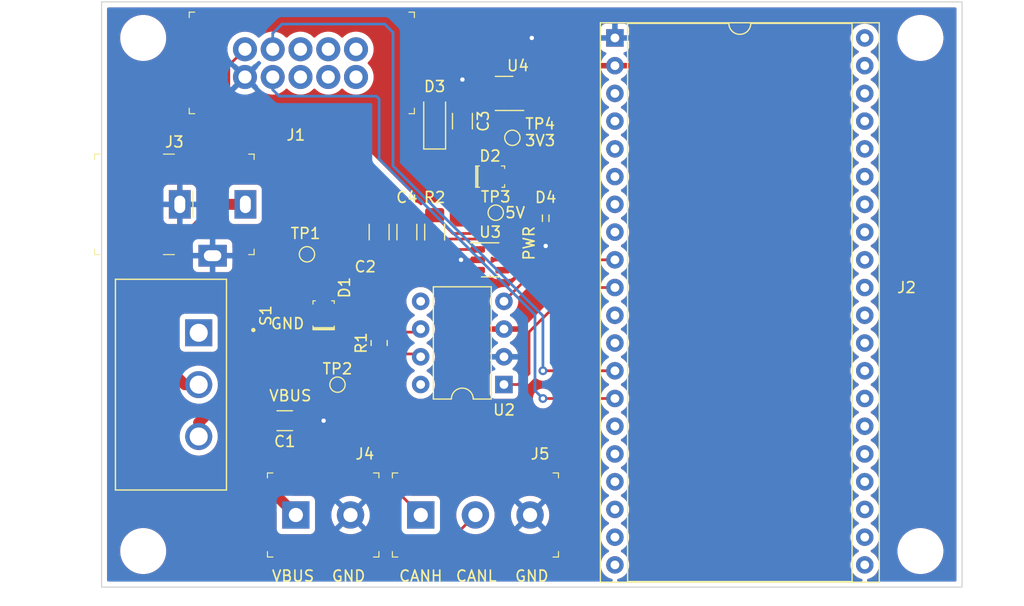
<source format=kicad_pcb>
(kicad_pcb (version 20211014) (generator pcbnew)
  (layers (0 "F.Cu" signal) (31 "B.Cu" signal) (34 "B.Paste" user) (35 "F.Paste" user) (36 "B.SilkS" user "B.Silkscreen") (37 "F.SilkS" user "F.Silkscreen") (38 "B.Mask" user) (39 "F.Mask" user) (44 "Edge.Cuts" user))
  (net 0 "")
  (net 1 "+3.3V")
  (net 2 "GND")
  (net 3 "Net-(J1-Pad3)")
  (net 4 "Net-(J1-Pad4)")
  (net 11 "VBUS")
  (net 18 "Net-(J2-Pad9)")
  (net 19 "Net-(J2-Pad10)")
  (net 28 "/CANH")
  (net 29 "/CANL")
  (net 30 "+5V")
  (net 33 "Net-(C3-Pad1)")
  (net 34 "Net-(D4-Pad1)")
  (net 37 "Net-(J3-Pad1)")
  (net 39 "Net-(D1-PadA)")
  (footprint "Package_TO_SOT_SMD:SOT-23-5" (layer "F.Cu") (at 123.19 93.98 180)
    (fp_text reference "U4" (at -1.27 2.54) (layer "F.SilkS"))
    (fp_text value "NCP718xSN330")
    (fp_line (start 0 -1.56) (end -1.8 -1.56) (layer "F.SilkS") (width 0.12))
    (fp_line (start 0 1.56) (end 0.8 1.56) (layer "F.SilkS") (width 0.12))
    (fp_line (start 0 -1.56) (end 0.8 -1.56) (layer "F.SilkS") (width 0.12))
    (fp_line (start 0 1.56) (end -0.8 1.56) (layer "F.SilkS") (width 0.12))
    (pad "1" smd roundrect (at -1.1375 -0.95 180) (size 1.325 0.6) (layers "F.Cu" "F.Paste" "F.Mask") (net 33 "Net-(C3-Pad1)"))
    (pad "2" smd roundrect (at -1.1375 0 180) (size 1.325 0.6) (layers "F.Cu" "F.Paste" "F.Mask") (net 2 "GND"))
    (pad "3" smd roundrect (at -1.1375 0.95 180) (size 1.325 0.6) (layers "F.Cu" "F.Paste" "F.Mask") (net 33 "Net-(C3-Pad1)"))
    (pad "4" smd roundrect (at 1.1375 0.95 180) (size 1.325 0.6) (layers "F.Cu" "F.Paste" "F.Mask"))
    (pad "5" smd roundrect (at 1.1375 -0.95 180) (size 1.325 0.6) (layers "F.Cu" "F.Paste" "F.Mask") (net 1 "+3.3V"))
  )
  (footprint "MountingHole:MountingHole_3.2mm_M3" (layer "F.Cu") (at 90.17 88.9)
    (fp_text reference "REF**" hide)
    (fp_text value "MountingHole_3.2mm_M3")
    (pad "" np_thru_hole circle (at 0 0) (size 3.2 3.2) (drill 3.2) (layers *.Cu *.Mask))
  )
  (footprint "Capacitor_SMD:C_1206_3216Metric_Pad1.33x1.80mm_HandSolder" (layer "F.Cu") (at 114.3 106.68 -90)
    (fp_text reference "C4" (at -3.175 0 180) (layer "F.SilkS"))
    (fp_text value "10uF")
    (fp_line (start -0.711252 0.91) (end 0.711252 0.91) (layer "F.SilkS") (width 0.12))
    (fp_line (start -0.711252 -0.91) (end 0.711252 -0.91) (layer "F.SilkS") (width 0.12))
    (pad "1" smd roundrect (at -1.5625 0 270) (size 1.325 1.8) (layers "F.Cu" "F.Paste" "F.Mask") (roundrect_rratio 0.188679) (net 1 "+3.3V"))
    (pad "2" smd roundrect (at 1.5625 0 270) (size 1.325 1.8) (layers "F.Cu" "F.Paste" "F.Mask") (roundrect_rratio 0.188679) (net 2 "GND"))
  )
  (footprint "digikey-footprints:0603" (layer "F.Cu") (at 127 105.41 -90)
    (fp_text reference "D4" (at -1.905 0 180) (layer "F.SilkS"))
    (fp_text value "LTST-C190KRKT")
    (fp_line (start -0.3 0.3) (end 0.3 0.3) (layer "F.SilkS") (width 0.12))
    (fp_line (start -0.3 -0.3) (end 0.3 -0.3) (layer "F.SilkS") (width 0.12))
    (pad "1" smd rect locked (at -0.7 0 270) (size 0.6 0.8) (layers "F.Cu" "F.Paste" "F.Mask") (net 34 "Net-(D4-Pad1)"))
    (pad "2" smd rect locked (at 0.7 0 270) (size 0.6 0.8) (layers "F.Cu" "F.Paste" "F.Mask") (net 2 "GND"))
  )
  (footprint "Resistor_SMD:R_0805_2012Metric_Pad1.20x1.40mm_HandSolder" (layer "F.Cu") (at 111.76 116.84 90)
    (fp_text reference "R1" (at 0 -1.65 90) (layer "F.SilkS"))
    (fp_text value "120R")
    (fp_line (start -0.227064 0.735) (end 0.227064 0.735) (layer "F.SilkS") (width 0.12))
    (fp_line (start -0.227064 -0.735) (end 0.227064 -0.735) (layer "F.SilkS") (width 0.12))
    (pad "1" smd roundrect (at -1 0 90) (size 1.2 1.4) (layers "F.Cu" "F.Paste" "F.Mask") (roundrect_rratio 0.208333) (net 28 "/CANH"))
    (pad "2" smd roundrect (at 1 0 90) (size 1.2 1.4) (layers "F.Cu" "F.Paste" "F.Mask") (roundrect_rratio 0.208333) (net 29 "/CANL"))
  )
  (footprint "Capacitor_SMD:C_1206_3216Metric_Pad1.33x1.80mm_HandSolder" (layer "F.Cu") (at 111.76 106.68 -90)
    (fp_text reference "C2" (at 3.175 1.27 180) (layer "F.SilkS"))
    (fp_text value "10uF")
    (fp_line (start -0.711252 -0.91) (end 0.711252 -0.91) (layer "F.SilkS") (width 0.12))
    (fp_line (start -0.711252 0.91) (end 0.711252 0.91) (layer "F.SilkS") (width 0.12))
    (pad "1" smd roundrect (at -1.5625 0 270) (size 1.325 1.8) (layers "F.Cu" "F.Paste" "F.Mask") (roundrect_rratio 0.188679) (net 30 "+5V"))
    (pad "2" smd roundrect (at 1.5625 0 270) (size 1.325 1.8) (layers "F.Cu" "F.Paste" "F.Mask") (roundrect_rratio 0.188679) (net 2 "GND"))
  )
  (footprint "digikey-footprints:Barrel_Jack_5.5mmODx2.1mmID_PJ-102A" (layer "F.Cu") (at 96.52 104.14 90)
    (fp_text reference "J3" (at 5.715 -3.5 180) (layer "F.SilkS"))
    (fp_text value "PJ-102A")
    (fp_line (start 4.6 -10.8) (end 4.1 -10.8) (layer "F.SilkS") (width 0.1))
    (fp_line (start 4.6 -10.8) (end 4.6 -10.3) (layer "F.SilkS") (width 0.1))
    (fp_line (start -4.6 -10.8) (end -4.1 -10.8) (layer "F.SilkS") (width 0.1))
    (fp_line (start -4.6 3.8) (end -4.1 3.8) (layer "F.SilkS") (width 0.1))
    (fp_line (start -4.6 -10.8) (end -4.6 -10.3) (layer "F.SilkS") (width 0.1))
    (fp_line (start 4.6 3.8) (end 4.6 3.3) (layer "F.SilkS") (width 0.1))
    (fp_line (start -4.6 -3.5) (end -4.6 -4.5) (layer "F.SilkS") (width 0.1))
    (fp_line (start 4.6 3.8) (end 4.1 3.8) (layer "F.SilkS") (width 0.1))
    (fp_line (start -4.6 3.8) (end -4.6 3.3) (layer "F.SilkS") (width 0.1))
    (fp_line (start -1.2 -1.8) (end 1.2 -1.8) (layer "F.SilkS") (width 0.1))
    (fp_line (start 4.6 -3.5) (end 4.6 -4.5) (layer "F.SilkS") (width 0.1))
    (pad "1" thru_hole rect locked (at 0 3 90) (size 2.6 2) (drill oval 1.6 1) (layers *.Cu *.Mask) (net 37 "Net-(J3-Pad1)"))
    (pad "2" thru_hole rect locked (at 0 -3 90) (size 2.6 2) (drill oval 1.6 1) (layers *.Cu *.Mask) (net 2 "GND"))
    (pad "3" thru_hole rect locked (at -4.7 0 90) (size 2 2.6) (drill oval 1 1.6) (layers *.Cu *.Mask) (net 2 "GND"))
  )
  (footprint "digikey-footprints:SOD-123" (layer "F.Cu") (at 106.68 114.3 90)
    (fp_text reference "D1" (at 2.54 1.905 90) (layer "F.SilkS"))
    (fp_text value "1N5819HW-7-F")
    (fp_line (start 1.325 0.725) (end 1.325 0.975) (layer "F.SilkS") (width 0.1))
    (fp_line (start -0.975 -0.975) (end -1.325 -0.975) (layer "F.SilkS") (width 0.1))
    (fp_line (start -1.325 -0.975) (end -1.325 0.975) (layer "F.SilkS") (width 0.1))
    (fp_line (start 1.325 0.975) (end 1.075 0.975) (layer "F.SilkS") (width 0.1))
    (fp_line (start -1.225 -0.975) (end -1.225 0.975) (layer "F.SilkS") (width 0.1))
    (fp_line (start -1.125 -0.975) (end -1.125 0.975) (layer "F.SilkS") (width 0.1))
    (fp_line (start -0.975 0.975) (end -1.325 0.975) (layer "F.SilkS") (width 0.1))
    (fp_line (start 1.325 -0.975) (end 1.325 -0.75) (layer "F.SilkS") (width 0.1))
    (fp_line (start 1.025 -0.975) (end 1.325 -0.975) (layer "F.SilkS") (width 0.1))
    (pad "A" smd rect locked (at 1.575 0 90) (size 0.9 0.95) (layers "F.Cu" "F.Paste" "F.Mask") (net 39 "Net-(D1-PadA)"))
    (pad "K" smd rect locked (at -1.575 0 90) (size 0.9 0.95) (layers "F.Cu" "F.Paste" "F.Mask") (net 11 "VBUS"))
  )
  (footprint "Switches:SW_L102021ML04Q" (layer "F.Cu") (at 95.25 120.65 -90)
    (fp_text reference "S1" (at -6.325 -6.135 90) (layer "F.SilkS"))
    (fp_text value "L102021ML04Q")
    (fp_line (start -9.65 7.62) (end -9.65 -2.54) (layer "F.SilkS") (width 0.127))
    (fp_line (start 9.65 7.62) (end -9.65 7.62) (layer "F.SilkS") (width 0.127))
    (fp_line (start 9.65 -2.54) (end 9.65 7.62) (layer "F.SilkS") (width 0.127))
    (fp_line (start -9.65 -2.54) (end 9.65 -2.54) (layer "F.SilkS") (width 0.127))
    (fp_circle (center -5 -5) (end -4.9 -5) (layer "F.SilkS") (width 0.2) (fill none))
    (pad "1" thru_hole rect (at -4.75 0 270) (size 2.475 2.475) (drill 1.65) (layers *.Cu *.Mask))
    (pad "2" thru_hole circle (at 0 0 270) (size 2.475 2.475) (drill 1.65) (layers *.Cu *.Mask) (net 37 "Net-(J3-Pad1)"))
    (pad "3" thru_hole circle (at 4.75 0 270) (size 2.475 2.475) (drill 1.65) (layers *.Cu *.Mask) (net 39 "Net-(D1-PadA)"))
  )
  (footprint "MountingHole:MountingHole_3.2mm_M3" (layer "F.Cu") (at 161.29 135.89)
    (fp_text reference "REF**" hide)
    (fp_text value "MountingHole_3.2mm_M3")
    (pad "" np_thru_hole circle (at 0 0) (size 3.2 3.2) (drill 3.2) (layers *.Cu *.Mask))
  )
  (footprint "digikey-footprints:Term_Block_1x3_P5mm" (layer "F.Cu") (at 115.57 132.588)
    (fp_text reference "J5" (at 10.922 -5.588) (layer "F.SilkS"))
    (fp_text value "OSTTC030162")
    (fp_line (start 12.6 3.85) (end 12.1 3.85) (layer "F.SilkS") (width 0.1))
    (fp_line (start -2.6 3.85) (end -2.6 3.35) (layer "F.SilkS") (width 0.1))
    (fp_line (start 12.6 3.85) (end 12.6 3.35) (layer "F.SilkS") (width 0.1))
    (fp_line (start 12.6 -3.85) (end 12.1 -3.85) (layer "F.SilkS") (width 0.1))
    (fp_line (start -2.6 3.85) (end -2.1 3.85) (layer "F.SilkS") (width 0.1))
    (fp_line (start -2.6 -3.85) (end -2.6 -3.4) (layer "F.SilkS") (width 0.1))
    (fp_line (start 12.6 -3.85) (end 12.6 -3.4) (layer "F.SilkS") (width 0.1))
    (fp_line (start -2.6 -3.85) (end -2.1 -3.85) (layer "F.SilkS") (width 0.1))
    (pad "1" thru_hole rect locked (at 0 0) (size 2.5 2.5) (drill 1.3) (layers *.Cu *.Mask) (net 28 "/CANH"))
    (pad "2" thru_hole circle locked (at 5 0) (size 2.5 2.5) (drill 1.3) (layers *.Cu *.Mask) (net 29 "/CANL"))
    (pad "3" thru_hole circle locked (at 10 0) (size 2.5 2.5) (drill 1.3) (layers *.Cu *.Mask) (net 2 "GND"))
  )
  (footprint "digikey-footprints:PinHeader_2x5_P2.54mm_Drill1.2mm" (layer "F.Cu") (at 99.483 89.936)
    (fp_text reference "J1" (at 4.657 7.854) (layer "F.SilkS"))
    (fp_text value "302-S101")
    (fp_line (start 15.5 -3.4) (end 15.5 -2.9) (layer "F.SilkS") (width 0.1))
    (fp_line (start -5.1 -3.4) (end -5.1 -2.9) (layer "F.SilkS") (width 0.1))
    (fp_line (start 15.5 5.9) (end 15.5 5.4) (layer "F.SilkS") (width 0.1))
    (fp_line (start -5.1 -3.4) (end -4.6 -3.4) (layer "F.SilkS") (width 0.1))
    (fp_line (start 15.5 5.9) (end 15 5.9) (layer "F.SilkS") (width 0.1))
    (fp_line (start -5.1 5.9) (end -4.6 5.9) (layer "F.SilkS") (width 0.1))
    (fp_line (start -5.1 5.9) (end -5.1 5.4) (layer "F.SilkS") (width 0.1))
    (fp_line (start 15.5 -3.4) (end 15 -3.4) (layer "F.SilkS") (width 0.1))
    (pad "1" thru_hole circle locked (at 0 0) (size 2.2 2.2) (drill 1.2) (layers *.Cu *.Mask) (net 1 "+3.3V"))
    (pad "2" thru_hole circle locked (at 0 2.54) (size 2.2 2.2) (drill 1.2) (layers *.Cu *.Mask) (net 2 "GND"))
    (pad "3" thru_hole circle locked (at 2.54 0) (size 2.2 2.2) (drill 1.2) (layers *.Cu *.Mask) (net 3 "Net-(J1-Pad3)"))
    (pad "4" thru_hole circle locked (at 2.54 2.54) (size 2.2 2.2) (drill 1.2) (layers *.Cu *.Mask) (net 4 "Net-(J1-Pad4)"))
    (pad "5" thru_hole circle locked (at 5.08 0) (size 2.2 2.2) (drill 1.2) (layers *.Cu *.Mask))
    (pad "6" thru_hole circle locked (at 5.08 2.54) (size 2.2 2.2) (drill 1.2) (layers *.Cu *.Mask))
    (pad "7" thru_hole circle locked (at 7.62 0) (size 2.2 2.2) (drill 1.2) (layers *.Cu *.Mask))
    (pad "8" thru_hole circle locked (at 7.62 2.54) (size 2.2 2.2) (drill 1.2) (layers *.Cu *.Mask))
    (pad "9" thru_hole circle locked (at 10.16 0) (size 2.2 2.2) (drill 1.2) (layers *.Cu *.Mask))
    (pad "10" thru_hole circle locked (at 10.16 2.54) (size 2.2 2.2) (drill 1.2) (layers *.Cu *.Mask))
  )
  (footprint "Capacitor_SMD:C_1206_3216Metric_Pad1.33x1.80mm_HandSolder" (layer "F.Cu") (at 119.38 96.52 90)
    (fp_text reference "C3" (at 0 1.905 270) (layer "F.SilkS"))
    (fp_text value "10uF")
    (fp_line (start -0.711252 -0.91) (end 0.711252 -0.91) (layer "F.SilkS") (width 0.12))
    (fp_line (start -0.711252 0.91) (end 0.711252 0.91) (layer "F.SilkS") (width 0.12))
    (pad "1" smd roundrect (at -1.5625 0 90) (size 1.325 1.8) (layers "F.Cu" "F.Paste" "F.Mask") (roundrect_rratio 0.188679) (net 33 "Net-(C3-Pad1)"))
    (pad "2" smd roundrect (at 1.5625 0 90) (size 1.325 1.8) (layers "F.Cu" "F.Paste" "F.Mask") (roundrect_rratio 0.188679) (net 2 "GND"))
  )
  (footprint "Capacitor_SMD:C_1206_3216Metric_Pad1.33x1.80mm_HandSolder" (layer "F.Cu") (at 103.124 123.952)
    (fp_text reference "C1" (at 0 1.905) (layer "F.SilkS"))
    (fp_text value "10uF")
    (fp_line (start -0.711252 0.91) (end 0.711252 0.91) (layer "F.SilkS") (width 0.12))
    (fp_line (start -0.711252 -0.91) (end 0.711252 -0.91) (layer "F.SilkS") (width 0.12))
    (pad "1" smd roundrect (at -1.5625 0) (size 1.325 1.8) (layers "F.Cu" "F.Paste" "F.Mask") (roundrect_rratio 0.188679) (net 11 "VBUS"))
    (pad "2" smd roundrect (at 1.5625 0) (size 1.325 1.8) (layers "F.Cu" "F.Paste" "F.Mask") (roundrect_rratio 0.188679) (net 2 "GND"))
  )
  (footprint "digikey-footprints:Term_Block_1x2_P5mm" (layer "F.Cu") (at 104.14 132.588)
    (fp_text reference "J4" (at 6.31 -5.588) (layer "F.SilkS"))
    (fp_text value "OSTTC020162")
    (fp_line (start -2.6 3.85) (end -2.1 3.85) (layer "F.SilkS") (width 0.1))
    (fp_line (start -2.6 -3.85) (end -2.6 -3.4) (layer "F.SilkS") (width 0.1))
    (fp_line (start -2.6 3.85) (end -2.6 3.35) (layer "F.SilkS") (width 0.1))
    (fp_line (start 7.6 3.85) (end 7.1 3.85) (layer "F.SilkS") (width 0.1))
    (fp_line (start 7.6 -3.85) (end 7.1 -3.85) (layer "F.SilkS") (width 0.1))
    (fp_line (start 7.6 -3.85) (end 7.6 -3.4) (layer "F.SilkS") (width 0.1))
    (fp_line (start -2.6 -3.85) (end -2.1 -3.85) (layer "F.SilkS") (width 0.1))
    (fp_line (start 7.6 3.85) (end 7.6 3.35) (layer "F.SilkS") (width 0.1))
    (pad "1" thru_hole rect locked (at 0 0) (size 2.5 2.5) (drill 1.3) (layers *.Cu *.Mask) (net 11 "VBUS"))
    (pad "2" thru_hole circle locked (at 5 0) (size 2.5 2.5) (drill 1.3) (layers *.Cu *.Mask) (net 2 "GND"))
  )
  (footprint "TestPoint:TestPoint_Pad_D1.0mm" (layer "F.Cu") (at 122.428 104.902)
    (fp_text reference "TP3" (at 0 -1.448) (layer "F.SilkS"))
    (fp_text value "TestPoint")
    (fp_circle (center 0 0) (end 0 0.7) (layer "F.SilkS") (width 0.12) (fill none))
    (pad "1" smd circle (at 0 0) (size 1 1) (layers "F.Cu" "F.Mask") (net 30 "+5V"))
  )
  (footprint "Package_DIP:DIP-8_W7.62mm" (layer "F.Cu") (at 123.18 120.64 180)
    (fp_text reference "U2" (at -0.01 -2.33) (layer "F.SilkS"))
    (fp_text value "MCP2551-I-P")
    (fp_line (start 1.16 8.95) (end 6.46 8.95) (layer "F.SilkS") (width 0.12))
    (fp_line (start 6.46 -1.33) (end 4.81 -1.33) (layer "F.SilkS") (width 0.12))
    (fp_line (start 6.46 8.95) (end 6.46 -1.33) (layer "F.SilkS") (width 0.12))
    (fp_line (start 2.81 -1.33) (end 1.16 -1.33) (layer "F.SilkS") (width 0.12))
    (fp_line (start 1.16 -1.33) (end 1.16 8.95) (layer "F.SilkS") (width 0.12))
    (fp_arc (start 4.81 -1.33) (mid 3.81 -0.33) (end 2.81 -1.33) (layer "F.SilkS") (width 0.12))
    (pad "1" thru_hole rect (at 0 0 180) (size 1.6 1.6) (drill 0.8) (layers *.Cu *.Mask) (net 19 "Net-(J2-Pad10)"))
    (pad "2" thru_hole oval (at 0 2.54 180) (size 1.6 1.6) (drill 0.8) (layers *.Cu *.Mask) (net 2 "GND"))
    (pad "3" thru_hole oval (at 0 5.08 180) (size 1.6 1.6) (drill 0.8) (layers *.Cu *.Mask) (net 30 "+5V"))
    (pad "4" thru_hole oval (at 0 7.62 180) (size 1.6 1.6) (drill 0.8) (layers *.Cu *.Mask) (net 18 "Net-(J2-Pad9)"))
    (pad "5" thru_hole oval (at 7.62 7.62 180) (size 1.6 1.6) (drill 0.8) (layers *.Cu *.Mask))
    (pad "6" thru_hole oval (at 7.62 5.08 180) (size 1.6 1.6) (drill 0.8) (layers *.Cu *.Mask) (net 29 "/CANL"))
    (pad "7" thru_hole oval (at 7.62 2.54 180) (size 1.6 1.6) (drill 0.8) (layers *.Cu *.Mask) (net 28 "/CANH"))
    (pad "8" thru_hole oval (at 7.62 0 180) (size 1.6 1.6) (drill 0.8) (layers *.Cu *.Mask))
  )
  (footprint "Package_TO_SOT_SMD:SOT-23-5" (layer "F.Cu") (at 121.92 109.22)
    (fp_text reference "U3" (at 0 -2.54) (layer "F.SilkS"))
    (fp_text value "NCP718xSN500")
    (fp_line (start 0 1.56) (end -0.8 1.56) (layer "F.SilkS") (width 0.12))
    (fp_line (start 0 -1.56) (end 0.8 -1.56) (layer "F.SilkS") (width 0.12))
    (fp_line (start 0 1.56) (end 0.8 1.56) (layer "F.SilkS") (width 0.12))
    (fp_line (start 0 -1.56) (end -1.8 -1.56) (layer "F.SilkS") (width 0.12))
    (pad "1" smd roundrect (at -1.1375 -0.95) (size 1.325 0.6) (layers "F.Cu" "F.Paste" "F.Mask") (net 11 "VBUS"))
    (pad "2" smd roundrect (at -1.1375 0) (size 1.325 0.6) (layers "F.Cu" "F.Paste" "F.Mask") (net 2 "GND"))
    (pad "3" smd roundrect (at -1.1375 0.95) (size 1.325 0.6) (layers "F.Cu" "F.Paste" "F.Mask") (net 11 "VBUS"))
    (pad "4" smd roundrect (at 1.1375 0.95) (size 1.325 0.6) (layers "F.Cu" "F.Paste" "F.Mask"))
    (pad "5" smd roundrect (at 1.1375 -0.95) (size 1.325 0.6) (layers "F.Cu" "F.Paste" "F.Mask") (net 30 "+5V"))
  )
  (footprint "TestPoint:TestPoint_Pad_D1.0mm" (layer "F.Cu") (at 105.156 108.712)
    (fp_text reference "TP1" (at -0.127 -1.905) (layer "F.SilkS"))
    (fp_text value "TestPoint")
    (fp_circle (center 0 0) (end 0 0.7) (layer "F.SilkS") (width 0.12) (fill none))
    (pad "1" smd circle (at 0 0) (size 1 1) (layers "F.Cu" "F.Mask") (net 2 "GND"))
  )
  (footprint "TestPoint:TestPoint_Pad_D1.0mm" (layer "F.Cu") (at 123.952 98.044)
    (fp_text reference "TP4" (at 2.54 -1.27) (layer "F.SilkS"))
    (fp_text value "TestPoint")
    (fp_circle (center 0 0) (end 0 0.7) (layer "F.SilkS") (width 0.12) (fill none))
    (pad "1" smd circle (at 0 0) (size 1 1) (layers "F.Cu" "F.Mask") (net 1 "+3.3V"))
  )
  (footprint "Resistor_SMD:R_1206_3216Metric_Pad1.30x1.75mm_HandSolder" (layer "F.Cu") (at 116.84 106.68 -90)
    (fp_text reference "R2" (at -3.175 0 180) (layer "F.SilkS"))
    (fp_text value "1k")
    (fp_line (start -0.727064 0.91) (end 0.727064 0.91) (layer "F.SilkS") (width 0.12))
    (fp_line (start -0.727064 -0.91) (end 0.727064 -0.91) (layer "F.SilkS") (width 0.12))
    (pad "1" smd roundrect (at -1.55 0 270) (size 1.3 1.75) (layers "F.Cu" "F.Paste" "F.Mask") (roundrect_rratio 0.192308) (net 1 "+3.3V"))
    (pad "2" smd roundrect (at 1.55 0 270) (size 1.3 1.75) (layers "F.Cu" "F.Paste" "F.Mask") (roundrect_rratio 0.192308) (net 34 "Net-(D4-Pad1)"))
  )
  (footprint "MountingHole:MountingHole_3.2mm_M3" (layer "F.Cu") (at 161.29 88.9)
    (fp_text reference "REF**" hide)
    (fp_text value "MountingHole_3.2mm_M3")
    (pad "" np_thru_hole circle (at 0 0) (size 3.2 3.2) (drill 3.2) (layers *.Cu *.Mask))
  )
  (footprint "Package_DIP:DIP-40_W22.86_Socket" (layer "F.Cu") (at 144.78 111.76)
    (fp_text reference "J2" (at 15.24 0 unlocked) (layer "F.SilkS"))
    (fp_text value "LPC2148 Socket")
    (fp_line (start -10.286 -24.19) (end -10.286 26.924) (layer "F.SilkS") (width 0.12))
    (fp_line (start -10.286 26.924) (end 10.254 26.924) (layer "F.SilkS") (width 0.12))
    (fp_line (start 10.254 -24.19) (end 0.984 -24.19) (layer "F.SilkS") (width 0.12))
    (fp_line (start -12.776 26.984) (end 12.744 26.984) (layer "F.SilkS") (width 0.12))
    (fp_line (start 10.254 26.924) (end 10.254 -24.19) (layer "F.SilkS") (width 0.12))
    (fp_line (start -12.776 -24.25) (end -12.776 26.984) (layer "F.SilkS") (width 0.12))
    (fp_line (start -1.016 -24.19) (end -10.286 -24.19) (layer "F.SilkS") (width 0.12))
    (fp_line (start 12.744 26.984) (end 12.744 -24.25) (layer "F.SilkS") (width 0.12))
    (fp_line (start 12.744 -24.25) (end -12.776 -24.25) (layer "F.SilkS") (width 0.12))
    (fp_arc (start 0.984 -24.19) (mid -0.016 -23.19) (end -1.016 -24.19) (layer "F.SilkS") (width 0.12))
    (pad "1" thru_hole rect (at -11.446 -22.86) (size 1.6 1.6) (drill 0.8) (layers *.Cu *.Mask) (net 2 "GND"))
    (pad "2" thru_hole oval (at -11.446 -20.32) (size 1.6 1.6) (drill 0.8) (layers *.Cu *.Mask) (net 30 "+5V"))
    (pad "3" thru_hole oval (at -11.446 -17.78) (size 1.6 1.6) (drill 0.8) (layers *.Cu *.Mask))
    (pad "4" thru_hole oval (at -11.446 -15.24) (size 1.6 1.6) (drill 0.8) (layers *.Cu *.Mask))
    (pad "5" thru_hole oval (at -11.446 -12.7) (size 1.6 1.6) (drill 0.8) (layers *.Cu *.Mask))
    (pad "6" thru_hole oval (at -11.446 -10.16) (size 1.6 1.6) (drill 0.8) (layers *.Cu *.Mask))
    (pad "7" thru_hole oval (at -11.446 -7.62) (size 1.6 1.6) (drill 0.8) (layers *.Cu *.Mask))
    (pad "8" thru_hole oval (at -11.446 -5.08) (size 1.6 1.6) (drill 0.8) (layers *.Cu *.Mask))
    (pad "9" thru_hole oval (at -11.446 -2.54) (size 1.6 1.6) (drill 0.8) (layers *.Cu *.Mask) (net 18 "Net-(J2-Pad9)"))
    (pad "10" thru_hole oval (at -11.446 0) (size 1.6 1.6) (drill 0.8) (layers *.Cu *.Mask) (net 19 "Net-(J2-Pad10)"))
    (pad "11" thru_hole oval (at -11.446 2.54) (size 1.6 1.6) (drill 0.8) (layers *.Cu *.Mask))
    (pad "12" thru_hole oval (at -11.446 5.08) (size 1.6 1.6) (drill 0.8) (layers *.Cu *.Mask))
    (pad "13" thru_hole oval (at -11.446 7.62) (size 1.6 1.6) (drill 0.8) (layers *.Cu *.Mask) (net 3 "Net-(J1-Pad3)"))
    (pad "14" thru_hole oval (at -11.446 10.16) (size 1.6 1.6) (drill 0.8) (layers *.Cu *.Mask) (net 4 "Net-(J1-Pad4)"))
    (pad "15" thru_hole oval (at -11.446 12.7) (size 1.6 1.6) (drill 0.8) (layers *.Cu *.Mask))
    (pad "16" thru_hole oval (at -11.446 15.24) (size 1.6 1.6) (drill 0.8) (layers *.Cu *.Mask))
    (pad "17" thru_hole oval (at -11.446 17.78) (size 1.6 1.6) (drill 0.8) (layers *.Cu *.Mask))
    (pad "18" thru_hole oval (at -11.446 20.32) (size 1.6 1.6) (drill 0.8) (layers *.Cu *.Mask))
    (pad "19" thru_hole oval (at -11.446 22.86) (size 1.6 1.6) (drill 0.8) (layers *.Cu *.Mask))
    (pad "20" thru_hole oval (at -11.446 25.4) (size 1.6 1.6) (drill 0.8) (layers *.Cu *.Mask))
    (pad "45" thru_hole oval (at 11.414 25.4) (size 1.6 1.6) (drill 0.8) (layers *.Cu *.Mask))
    (pad "46" thru_hole oval (at 11.414 22.86) (size 1.6 1.6) (drill 0.8) (layers *.Cu *.Mask))
    (pad "47" thru_hole oval (at 11.414 20.32) (size 1.6 1.6) (drill 0.8) (layers *.Cu *.Mask))
    (pad "48" thru_hole oval (at 11.414 17.78) (size 1.6 1.6) (drill 0.8) (layers *.Cu *.Mask))
    (pad "49" thru_hole oval (at 11.414 15.24) (size 1.6 1.6) (drill 0.8) (layers *.Cu *.Mask))
    (pad "50" thru_hole oval (at 11.414 12.7) (size 1.6 1.6) (drill 0.8) (layers *.Cu *.Mask))
    (pad "51" thru_hole oval (at 11.414 10.16) (size 1.6 1.6) (drill 0.8) (layers *.Cu *.Mask))
    (pad "52" thru_hole oval (at 11.414 7.62) (size 1.6 1.6) (drill 0.8) (layers *.Cu *.Mask))
    (pad "53" thru_hole oval (at 11.414 5.08) (size 1.6 1.6) (drill 0.8) (layers *.Cu *.Mask))
    (pad "54" thru_hole oval (at 11.414 2.54) (size 1.6 1.6) (drill 0.8) (layers *.Cu *.Mask))
    (pad "55" thru_hole oval (at 11.414 0) (size 1.6 1.6) (drill 0.8) (layers *.Cu *.Mask))
    (pad "56" thru_hole oval (at 11.414 -2.54) (size 1.6 1.6) (drill 0.8) (layers *.Cu *.Mask))
    (pad "57" thru_hole oval (at 11.414 -5.08) (size 1.6 1.6) (drill 0.8) (layers *.Cu *.Mask))
    (pad "58" thru_hole oval (at 11.414 -7.62) (size 1.6 1.6) (drill 0.8) (layers *.Cu *.Mask))
    (pad "59" thru_hole oval (at 11.414 -10.16) (size 1.6 1.6) (drill 0.8) (layers *.Cu *.Mask))
    (pad "60" thru_hole oval (at 11.414 -12.7) (size 1.6 1.6) (drill 0.8) (layers *.Cu *.Mask))
    (pad "61" thru_hole oval (at 11.414 -15.24) (size 1.6 1.6) (drill 0.8) (layers *.Cu *.Mask))
    (pad "62" thru_hole oval (at 11.414 -17.78) (size 1.6 1.6) (drill 0.8) (layers *.Cu *.Mask))
    (pad "63" thru_hole oval (at 11.414 -20.32) (size 1.6 1.6) (drill 0.8) (layers *.Cu *.Mask))
    (pad "64" thru_hole oval (at 11.414 -22.86) (size 1.6 1.6) (drill 0.8) (layers *.Cu *.Mask))
  )
  (footprint "digikey-footprints:SOD-123" (layer "F.Cu") (at 121.92 101.6)
    (fp_text reference "D2" (at -0.01 -1.89) (layer "F.SilkS"))
    (fp_text value "1N5819HW-7-F")
    (fp_line (start 1.325 -0.975) (end 1.325 -0.75) (layer "F.SilkS") (width 0.1))
    (fp_line (start -0.975 -0.975) (end -1.325 -0.975) (layer "F.SilkS") (width 0.1))
    (fp_line (start 1.325 0.975) (end 1.075 0.975) (layer "F.SilkS") (width 0.1))
    (fp_line (start -0.975 0.975) (end -1.325 0.975) (layer "F.SilkS") (width 0.1))
    (fp_line (start -1.125 -0.975) (end -1.125 0.975) (layer "F.SilkS") (width 0.1))
    (fp_line (start -1.225 -0.975) (end -1.225 0.975) (layer "F.SilkS") (width 0.1))
    (fp_line (start 1.025 -0.975) (end 1.325 -0.975) (layer "F.SilkS") (width 0.1))
    (fp_line (start -1.325 -0.975) (end -1.325 0.975) (layer "F.SilkS") (width 0.1))
    (fp_line (start 1.325 0.725) (end 1.325 0.975) (layer "F.SilkS") (width 0.1))
    (pad "A" smd rect locked (at 1.575 0) (size 0.9 0.95) (layers "F.Cu" "F.Paste" "F.Mask") (net 30 "+5V"))
    (pad "K" smd rect locked (at -1.575 0) (size 0.9 0.95) (layers "F.Cu" "F.Paste" "F.Mask") (net 33 "Net-(C3-Pad1)"))
  )
  (footprint "TestPoint:TestPoint_Pad_D1.0mm" (layer "F.Cu") (at 107.95 120.65)
    (fp_text reference "TP2" (at 0 -1.448) (layer "F.SilkS"))
    (fp_text value "TestPoint")
    (fp_circle (center 0 0) (end 0 0.7) (layer "F.SilkS") (width 0.12) (fill none))
    (pad "1" smd circle (at 0 0) (size 1 1) (layers "F.Cu" "F.Mask") (net 11 "VBUS"))
  )
  (footprint "MountingHole:MountingHole_3.2mm_M3" (layer "F.Cu") (at 90.17 135.89)
    (fp_text reference "REF**" hide)
    (fp_text value "MountingHole_3.2mm_M3")
    (pad "" np_thru_hole circle (at 0 0) (size 3.2 3.2) (drill 3.2) (layers *.Cu *.Mask))
  )
  (footprint "Diode_SMD:D_MiniMELF" (layer "F.Cu") (at 116.84 96.52 90)
    (fp_text reference "D3" (at 3.175 0 180) (layer "F.SilkS"))
    (fp_text value "BZV55C6V2")
    (fp_line (start -2.55 1) (end 1.75 1) (layer "F.SilkS") (width 0.12))
    (fp_line (start -2.55 -1) (end -2.55 1) (layer "F.SilkS") (width 0.12))
    (fp_line (start 1.75 -1) (end -2.55 -1) (layer "F.SilkS") (width 0.12))
    (pad "1" smd rect (at -1.75 0 90) (size 1.3 1.7) (layers "F.Cu" "F.Paste" "F.Mask") (net 33 "Net-(C3-Pad1)"))
    (pad "2" smd rect (at 1.75 0 90) (size 1.3 1.7) (layers "F.Cu" "F.Paste" "F.Mask") (net 2 "GND"))
  )
  (gr_line (start 86.36 85.598) (end 165.1 85.598) (layer "Edge.Cuts") (width 0.1))
  (gr_line (start 86.36 139.192) (end 86.36 85.598) (layer "Edge.Cuts") (width 0.1))
  (gr_line (start 165.1 85.598) (end 165.1 139.192) (layer "Edge.Cuts") (width 0.1))
  (gr_line (start 165.1 139.192) (end 86.36 139.192) (layer "Edge.Cuts") (width 0.1))
  (gr_text "PWR" (at 125.476 107.696 90) (layer "F.SilkS") (effects (font (size 1 1))))
  (gr_text "GND" (at 125.73 138.176) (layer "F.SilkS") (effects (font (size 1 1))))
  (gr_text "5V" (at 124.206 104.902) (layer "F.SilkS") (effects (font (size 1 1))))
  (gr_text "VBUS" (at 103.886 138.176) (layer "F.SilkS") (effects (font (size 1 1))))
  (gr_text "CANH" (at 115.57 138.176) (layer "F.SilkS") (effects (font (size 1 1))))
  (gr_text "CANL" (at 120.65 138.176) (layer "F.SilkS") (effects (font (size 1 1))))
  (gr_text "GND" (at 108.966 138.176) (layer "F.SilkS") (effects (font (size 1 1))))
  (gr_text "VBUS" (at 103.632 121.666) (layer "F.SilkS") (effects (font (size 1 1))))
  (gr_text "GND" (at 103.378 115.062) (layer "F.SilkS") (effects (font (size 1 1))))
  (gr_text "3V3" (at 126.492 98.298) (layer "F.SilkS") (effects (font (size 1 1))))
  (segment (start 114.3125 105.13) (end 114.3 105.1175) (width 0.254) (layer "F.Cu") (net 1))
  (segment (start 125.73 99.822) (end 123.952 98.044) (width 0.254) (layer "F.Cu") (net 1))
  (segment (start 99.483 89.936) (end 98.002 91.417) (width 0.254) (layer "F.Cu") (net 1))
  (segment (start 98.002 91.417) (end 98.002 93.43) (width 0.254) (layer "F.Cu") (net 1))
  (segment (start 125.73 105.264408) (end 125.73 99.822) (width 0.254) (layer "F.Cu") (net 1))
  (segment (start 103.124 98.552) (end 109.22 98.552) (width 0.254) (layer "F.Cu") (net 1))
  (segment (start 118.519 106.809) (end 124.185408 106.809) (width 0.254) (layer "F.Cu") (net 1))
  (segment (start 114.3 103.632) (end 114.3 105.1175) (width 0.254) (layer "F.Cu") (net 1))
  (segment (start 116.84 105.13) (end 118.519 106.809) (width 0.254) (layer "F.Cu") (net 1))
  (segment (start 123.952 98.044) (end 122.0525 96.1445) (width 0.254) (layer "F.Cu") (net 1))
  (segment (start 122.0525 96.1445) (end 122.0525 94.93) (width 0.254) (layer "F.Cu") (net 1))
  (segment (start 116.84 105.13) (end 114.3125 105.13) (width 0.254) (layer "F.Cu") (net 1))
  (segment (start 124.185408 106.809) (end 125.73 105.264408) (width 0.254) (layer "F.Cu") (net 1))
  (segment (start 109.22 98.552) (end 114.3 103.632) (width 0.254) (layer "F.Cu") (net 1))
  (segment (start 98.002 93.43) (end 103.124 98.552) (width 0.254) (layer "F.Cu") (net 1))
  (segment (start 106.68 123.952) (end 104.6865 123.952) (width 0.254) (layer "F.Cu") (net 2))
  (segment (start 111.1625 108.84) (end 111.76 108.2425) (width 0.254) (layer "F.Cu") (net 2))
  (segment (start 114.3 108.2425) (end 111.76 108.2425) (width 0.254) (layer "F.Cu") (net 2))
  (segment (start 119.38 94.9575) (end 120.3575 93.98) (width 0.254) (layer "F.Cu") (net 2))
  (segment (start 125.73 88.9) (end 133.334 88.9) (width 0.254) (layer "F.Cu") (net 2))
  (segment (start 127 106.11) (end 127 107.95) (width 0.254) (layer "F.Cu") (net 2))
  (segment (start 120.7825 109.22) (end 119.2545 109.22) (width 0.254) (layer "F.Cu") (net 2))
  (segment (start 96.52 108.84) (end 111.1625 108.84) (width 0.254) (layer "F.Cu") (net 2))
  (segment (start 116.84 94.77) (end 119.1925 94.77) (width 0.254) (layer "F.Cu") (net 2))
  (segment (start 119.38 94.9575) (end 119.38 92.71) (width 0.254) (layer "F.Cu") (net 2))
  (segment (start 120.3575 93.98) (end 124.3275 93.98) (width 0.254) (layer "F.Cu") (net 2))
  (segment (start 119.1925 94.77) (end 119.38 94.9575) (width 0.254) (layer "F.Cu") (net 2))
  (via (at 106.68 123.952) (size 0.8) (drill 0.4) (layers "F.Cu" "B.Cu") (net 2))
  (via (at 127 107.95) (size 0.8) (drill 0.4) (layers "F.Cu" "B.Cu") (net 2))
  (via (at 119.2545 109.22) (size 0.8) (drill 0.4) (layers "F.Cu" "B.Cu") (net 2))
  (via (at 119.38 92.71) (size 0.8) (drill 0.4) (layers "F.Cu" "B.Cu") (net 2))
  (via (at 125.73 88.9) (size 0.8) (drill 0.4) (layers "F.Cu" "B.Cu") (net 2))
  (segment (start 126.746 119.38) (end 133.334 119.38) (width 0.25) (layer "F.Cu") (net 3))
  (via (at 126.746 119.38) (size 0.8) (drill 0.4) (layers "F.Cu" "B.Cu") (net 3))
  (segment (start 126.746 119.38) (end 126.746 114.337398) (width 0.25) (layer "B.Cu") (net 3))
  (segment (start 113.03 100.621398) (end 113.03 88.392) (width 0.25) (layer "B.Cu") (net 3))
  (segment (start 112.268 87.63) (end 113.03 88.392) (width 0.25) (layer "B.Cu") (net 3))
  (segment (start 102.023 88.477) (end 102.87 87.63) (width 0.25) (layer "B.Cu") (net 3))
  (segment (start 102.023 89.936) (end 102.023 88.477) (width 0.25) (layer "B.Cu") (net 3))
  (segment (start 126.746 114.337398) (end 113.03 100.621398) (width 0.25) (layer "B.Cu") (net 3))
  (segment (start 102.87 87.63) (end 112.268 87.63) (width 0.25) (layer "B.Cu") (net 3))
  (segment (start 126.746 121.92) (end 133.334 121.92) (width 0.25) (layer "F.Cu") (net 4))
  (via (at 126.746 121.92) (size 0.8) (drill 0.4) (layers "F.Cu" "B.Cu") (net 4))
  (segment (start 111.76 94.488) (end 111.506 94.234) (width 0.25) (layer "B.Cu") (net 4))
  (segment (start 126.746 121.92) (end 126.021 121.195) (width 0.25) (layer "B.Cu") (net 4))
  (segment (start 111.76 99.987794) (end 111.76 94.488) (width 0.25) (layer "B.Cu") (net 4))
  (segment (start 111.506 94.234) (end 102.616 94.234) (width 0.25) (layer "B.Cu") (net 4))
  (segment (start 102.023 93.641) (end 102.023 92.476) (width 0.25) (layer "B.Cu") (net 4))
  (segment (start 126.021 114.248794) (end 111.76 99.987794) (width 0.25) (layer "B.Cu") (net 4))
  (segment (start 102.616 94.234) (end 102.023 93.641) (width 0.25) (layer "B.Cu") (net 4))
  (segment (start 126.021 121.195) (end 126.021 114.248794) (width 0.25) (layer "B.Cu") (net 4))
  (segment (start 118.14 108.682) (end 118.14 108.909594) (width 0.25) (layer "F.Cu") (net 11))
  (segment (start 105.867 115.875) (end 103.886 117.856) (width 1) (layer "F.Cu") (net 11))
  (segment (start 118.11 109.85) (end 118.43 110.17) (width 0.25) (layer "F.Cu") (net 11))
  (segment (start 118.552 108.27) (end 118.14 108.682) (width 0.25) (layer "F.Cu") (net 11))
  (segment (start 101.5615 123.952) (end 101.64 124.0305) (width 0.3) (layer "F.Cu") (net 11))
  (segment (start 106.68 115.875) (end 112.385 110.17) (width 0.3) (layer "F.Cu") (net 11))
  (segment (start 120.7825 108.27) (end 118.552 108.27) (width 0.25) (layer "F.Cu") (net 11))
  (segment (start 103.886 117.856) (end 101.5615 120.1805) (width 1) (layer "F.Cu") (net 11))
  (segment (start 106.68 120.65) (end 103.886 117.856) (width 0.3) (layer "F.Cu") (net 11))
  (segment (start 118.11 108.939594) (end 118.11 109.85) (width 0.25) (layer "F.Cu") (net 11))
  (segment (start 101.64 124.0305) (end 101.64 130.088) (width 1) (layer "F.Cu") (net 11))
  (segment (start 101.64 130.088) (end 104.14 132.588) (width 1) (layer "F.Cu") (net 11))
  (segment (start 118.43 110.17) (end 120.7825 110.17) (width 0.25) (layer "F.Cu") (net 11))
  (segment (start 107.95 120.65) (end 106.68 120.65) (width 0.3) (layer "F.Cu") (net 11))
  (segment (start 118.14 108.909594) (end 118.11 108.939594) (width 0.25) (layer "F.Cu") (net 11))
  (segment (start 101.5615 123.952) (end 101.5615 120.1805) (width 1) (layer "F.Cu") (net 11))
  (segment (start 106.68 115.875) (end 105.867 115.875) (width 1) (layer "F.Cu") (net 11))
  (segment (start 112.385 110.17) (end 118.43 110.17) (width 0.3) (layer "F.Cu") (net 11))
  (segment (start 123.18 113.02) (end 126.98 109.22) (width 0.25) (layer "F.Cu") (net 18))
  (segment (start 126.98 109.22) (end 133.334 109.22) (width 0.25) (layer "F.Cu") (net 18))
  (segment (start 125.476 119.634) (end 124.47 120.64) (width 0.25) (layer "F.Cu") (net 19))
  (segment (start 129.54 111.76) (end 133.334 111.76) (width 0.25) (layer "F.Cu") (net 19))
  (segment (start 129.54 111.76) (end 125.476 115.824) (width 0.25) (layer "F.Cu") (net 19))
  (segment (start 124.47 120.64) (end 123.18 120.64) (width 0.25) (layer "F.Cu") (net 19))
  (segment (start 125.476 115.824) (end 125.476 119.634) (width 0.25) (layer "F.Cu") (net 19))
  (segment (start 115.3 117.84) (end 111.76 117.84) (width 0.25) (layer "F.Cu") (net 28))
  (segment (start 111.76 128.778) (end 115.57 132.588) (width 0.25) (layer "F.Cu") (net 28))
  (segment (start 115.56 118.1) (end 115.3 117.84) (width 0.25) (layer "F.Cu") (net 28))
  (segment (start 111.76 117.84) (end 111.76 128.778) (width 0.25) (layer "F.Cu") (net 28))
  (segment (start 110.735 117.188673) (end 111.76 116.163673) (width 0.25) (layer "F.Cu") (net 29))
  (segment (start 113.03 134.62) (end 111.252 132.842) (width 0.25) (layer "F.Cu") (net 29))
  (segment (start 111.252 132.842) (end 111.252 118.945173) (width 0.25) (layer "F.Cu") (net 29))
  (segment (start 111.76 116.163673) (end 111.76 115.84) (width 0.25) (layer "F.Cu") (net 29))
  (segment (start 120.57 132.588) (end 118.538 134.62) (width 0.25) (layer "F.Cu") (net 29))
  (segment (start 110.735 118.428173) (end 110.735 117.188673) (width 0.25) (layer "F.Cu") (net 29))
  (segment (start 118.538 134.62) (end 113.03 134.62) (width 0.25) (layer "F.Cu") (net 29))
  (segment (start 115.28 115.84) (end 111.76 115.84) (width 0.25) (layer "F.Cu") (net 29))
  (segment (start 115.56 115.56) (end 115.28 115.84) (width 0.25) (layer "F.Cu") (net 29))
  (segment (start 111.252 118.945173) (end 110.735 118.428173) (width 0.25) (layer "F.Cu") (net 29))
  (segment (start 119.38 99.06) (end 120.345 100.025) (width 0.25) (layer "F.Cu") (net 33))
  (segment (start 127.254 94.234) (end 127.254 93.726) (width 0.25) (layer "F.Cu") (net 33))
  (segment (start 115.57 97) (end 116.84 98.27) (width 0.25) (layer "F.Cu") (net 33))
  (segment (start 119.38 99.06) (end 119.38 98.0825) (width 0.25) (layer "F.Cu") (net 33))
  (segment (start 118.59 98.27) (end 119.38 99.06) (width 0.25) (layer "F.Cu") (net 33))
  (segment (start 115.57 92.878327) (end 115.57 97) (width 0.25) (layer "F.Cu") (net 33))
  (segment (start 127.254 93.726) (end 126.558 93.03) (width 0.25) (layer "F.Cu") (net 33))
  (segment (start 126.558 94.93) (end 127.254 94.234) (width 0.25) (layer "F.Cu") (net 33))
  (segment (start 116.84 98.27) (end 118.59 98.27) (width 0.25) (layer "F.Cu") (net 33))
  (segment (start 124.3275 93.03) (end 126.558 93.03) (width 0.25) (layer "F.Cu") (net 33))
  (segment (start 120.345 100.025) (end 120.345 101.6) (width 0.25) (layer "F.Cu") (net 33))
  (segment (start 124.3275 93.03) (end 122.7375 91.44) (width 0.25) (layer "F.Cu") (net 33))
  (segment (start 124.3275 94.93) (end 126.558 94.93) (width 0.25) (layer "F.Cu") (net 33))
  (segment (start 117.008327 91.44) (end 115.57 92.878327) (width 0.25) (layer "F.Cu") (net 33))
  (segment (start 122.7375 91.44) (end 117.008327 91.44) (width 0.25) (layer "F.Cu") (net 33))
  (segment (start 124.395 107.315) (end 117.755 107.315) (width 0.25) (layer "F.Cu") (net 34))
  (segment (start 127 104.71) (end 124.395 107.315) (width 0.25) (layer "F.Cu") (net 34))
  (segment (start 117.755 107.315) (end 116.84 108.23) (width 0.25) (layer "F.Cu") (net 34))
  (segment (start 99.52 104.14) (end 97.155 104.14) (width 1) (layer "F.Cu") (net 37))
  (segment (start 97.155 104.14) (end 90.17 111.125) (width 1) (layer "F.Cu") (net 37))
  (segment (start 90.17 111.125) (end 90.17 116.84) (width 1) (layer "F.Cu") (net 37))
  (segment (start 90.17 116.84) (end 93.98 120.65) (width 1) (layer "F.Cu") (net 37))
  (segment (start 93.98 120.65) (end 95.25 120.65) (width 1) (layer "F.Cu") (net 37))
  (segment (start 103.175 112.725) (end 97.79 118.11) (width 1) (layer "F.Cu") (net 39))
  (segment (start 97.79 121.59) (end 95.25 124.13) (width 1) (layer "F.Cu") (net 39))
  (segment (start 106.68 112.725) (end 103.175 112.725) (width 1) (layer "F.Cu") (net 39))
  (segment (start 97.79 118.11) (end 97.79 121.59) (width 1) (layer "F.Cu") (net 39))
  (segment (start 95.25 124.13) (end 95.25 125.4) (width 1) (layer "F.Cu") (net 39))
  (zone (net 30) (net_name "+5V") (layer "F.Cu") (connect_pads (clearance 0.508)) (min_thickness 0.254) (fill yes (thermal_gap 0.508) (thermal_bridge_width 0.508))
    (polygon (pts (xy 165.1 139.192) (xy 86.36 139.192) (xy 86.36 85.598) (xy 165.1 85.598)))
  )
  (zone (net 2) (net_name "GND") (layer "B.Cu") (connect_pads (clearance 0.508)) (min_thickness 0.254) (fill yes (thermal_gap 0.508) (thermal_bridge_width 0.508))
    (polygon (pts (xy 165.1 139.192) (xy 86.36 139.192) (xy 86.36 85.598) (xy 165.1 85.598)))
  )
)
</source>
